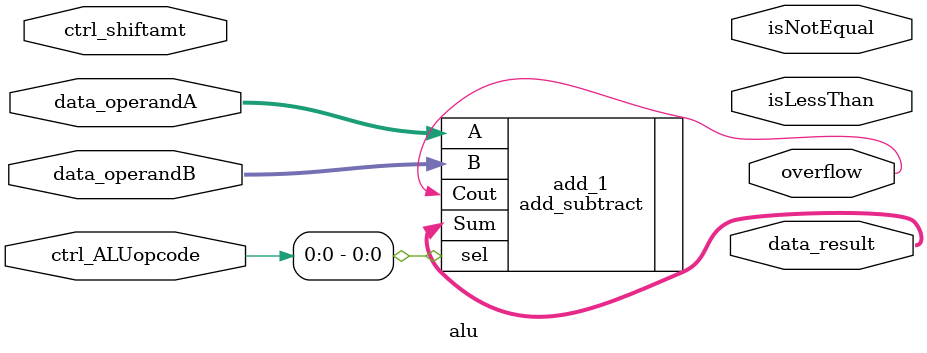
<source format=v>
module alu(data_operandA, data_operandB, ctrl_ALUopcode, ctrl_shiftamt, data_result, isNotEqual, isLessThan, overflow);
	input [31:0] data_operandA, data_operandB;
	input [4:0] ctrl_ALUopcode, ctrl_shiftamt;
	output [31:0] data_result;
	output isNotEqual, isLessThan, overflow;
	
	add_subtract add_1(.A(data_operandA), .B(data_operandB), .sel(ctrl_ALUopcode[0]), .Cout(overflow), .Sum(data_result));
	
endmodule

</source>
